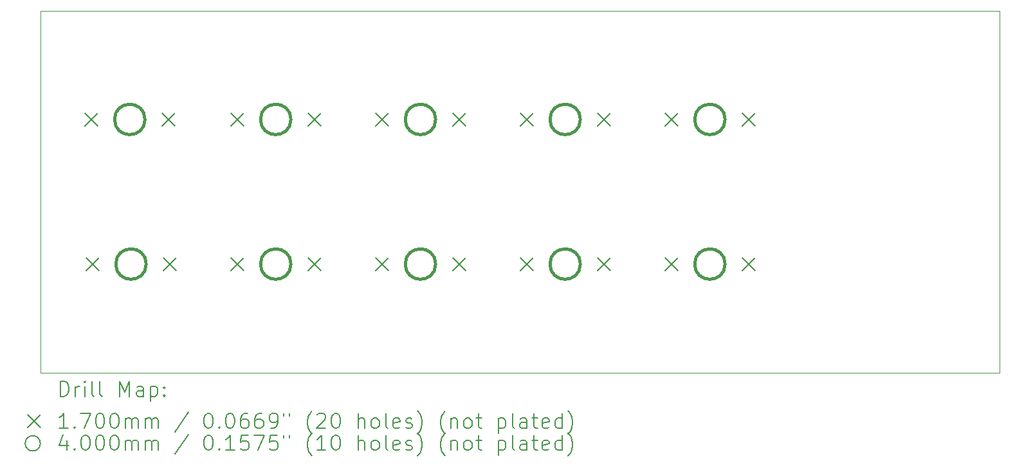
<source format=gbr>
%TF.GenerationSoftware,KiCad,Pcbnew,9.0.1*%
%TF.CreationDate,2025-06-11T13:57:42-04:00*%
%TF.ProjectId,hackpad,6861636b-7061-4642-9e6b-696361645f70,rev?*%
%TF.SameCoordinates,Original*%
%TF.FileFunction,Drillmap*%
%TF.FilePolarity,Positive*%
%FSLAX45Y45*%
G04 Gerber Fmt 4.5, Leading zero omitted, Abs format (unit mm)*
G04 Created by KiCad (PCBNEW 9.0.1) date 2025-06-11 13:57:42*
%MOMM*%
%LPD*%
G01*
G04 APERTURE LIST*
%ADD10C,0.050000*%
%ADD11C,0.200000*%
%ADD12C,0.170000*%
%ADD13C,0.400000*%
G04 APERTURE END LIST*
D10*
X10239375Y-5238750D02*
X22860000Y-5238750D01*
X22860000Y-10001250D01*
X10239375Y-10001250D01*
X10239375Y-5238750D01*
D11*
D12*
X10821125Y-6582500D02*
X10991125Y-6752500D01*
X10991125Y-6582500D02*
X10821125Y-6752500D01*
X10837000Y-8487500D02*
X11007000Y-8657500D01*
X11007000Y-8487500D02*
X10837000Y-8657500D01*
X11837125Y-6582500D02*
X12007125Y-6752500D01*
X12007125Y-6582500D02*
X11837125Y-6752500D01*
X11853000Y-8487500D02*
X12023000Y-8657500D01*
X12023000Y-8487500D02*
X11853000Y-8657500D01*
X12742000Y-6582500D02*
X12912000Y-6752500D01*
X12912000Y-6582500D02*
X12742000Y-6752500D01*
X12742000Y-8487500D02*
X12912000Y-8657500D01*
X12912000Y-8487500D02*
X12742000Y-8657500D01*
X13758000Y-6582500D02*
X13928000Y-6752500D01*
X13928000Y-6582500D02*
X13758000Y-6752500D01*
X13758000Y-8487500D02*
X13928000Y-8657500D01*
X13928000Y-8487500D02*
X13758000Y-8657500D01*
X14647000Y-6582500D02*
X14817000Y-6752500D01*
X14817000Y-6582500D02*
X14647000Y-6752500D01*
X14647000Y-8487500D02*
X14817000Y-8657500D01*
X14817000Y-8487500D02*
X14647000Y-8657500D01*
X15663000Y-6582500D02*
X15833000Y-6752500D01*
X15833000Y-6582500D02*
X15663000Y-6752500D01*
X15663000Y-8487500D02*
X15833000Y-8657500D01*
X15833000Y-8487500D02*
X15663000Y-8657500D01*
X16552000Y-6582500D02*
X16722000Y-6752500D01*
X16722000Y-6582500D02*
X16552000Y-6752500D01*
X16552000Y-8487500D02*
X16722000Y-8657500D01*
X16722000Y-8487500D02*
X16552000Y-8657500D01*
X17568000Y-6582500D02*
X17738000Y-6752500D01*
X17738000Y-6582500D02*
X17568000Y-6752500D01*
X17568000Y-8487500D02*
X17738000Y-8657500D01*
X17738000Y-8487500D02*
X17568000Y-8657500D01*
X18457000Y-6582500D02*
X18627000Y-6752500D01*
X18627000Y-6582500D02*
X18457000Y-6752500D01*
X18457000Y-8487500D02*
X18627000Y-8657500D01*
X18627000Y-8487500D02*
X18457000Y-8657500D01*
X19473000Y-6582500D02*
X19643000Y-6752500D01*
X19643000Y-6582500D02*
X19473000Y-6752500D01*
X19473000Y-8487500D02*
X19643000Y-8657500D01*
X19643000Y-8487500D02*
X19473000Y-8657500D01*
D13*
X11614125Y-6667500D02*
G75*
G02*
X11214125Y-6667500I-200000J0D01*
G01*
X11214125Y-6667500D02*
G75*
G02*
X11614125Y-6667500I200000J0D01*
G01*
X11630000Y-8572500D02*
G75*
G02*
X11230000Y-8572500I-200000J0D01*
G01*
X11230000Y-8572500D02*
G75*
G02*
X11630000Y-8572500I200000J0D01*
G01*
X13535000Y-6667500D02*
G75*
G02*
X13135000Y-6667500I-200000J0D01*
G01*
X13135000Y-6667500D02*
G75*
G02*
X13535000Y-6667500I200000J0D01*
G01*
X13535000Y-8572500D02*
G75*
G02*
X13135000Y-8572500I-200000J0D01*
G01*
X13135000Y-8572500D02*
G75*
G02*
X13535000Y-8572500I200000J0D01*
G01*
X15440000Y-6667500D02*
G75*
G02*
X15040000Y-6667500I-200000J0D01*
G01*
X15040000Y-6667500D02*
G75*
G02*
X15440000Y-6667500I200000J0D01*
G01*
X15440000Y-8572500D02*
G75*
G02*
X15040000Y-8572500I-200000J0D01*
G01*
X15040000Y-8572500D02*
G75*
G02*
X15440000Y-8572500I200000J0D01*
G01*
X17345000Y-6667500D02*
G75*
G02*
X16945000Y-6667500I-200000J0D01*
G01*
X16945000Y-6667500D02*
G75*
G02*
X17345000Y-6667500I200000J0D01*
G01*
X17345000Y-8572500D02*
G75*
G02*
X16945000Y-8572500I-200000J0D01*
G01*
X16945000Y-8572500D02*
G75*
G02*
X17345000Y-8572500I200000J0D01*
G01*
X19250000Y-6667500D02*
G75*
G02*
X18850000Y-6667500I-200000J0D01*
G01*
X18850000Y-6667500D02*
G75*
G02*
X19250000Y-6667500I200000J0D01*
G01*
X19250000Y-8572500D02*
G75*
G02*
X18850000Y-8572500I-200000J0D01*
G01*
X18850000Y-8572500D02*
G75*
G02*
X19250000Y-8572500I200000J0D01*
G01*
D11*
X10497652Y-10315234D02*
X10497652Y-10115234D01*
X10497652Y-10115234D02*
X10545271Y-10115234D01*
X10545271Y-10115234D02*
X10573842Y-10124758D01*
X10573842Y-10124758D02*
X10592890Y-10143805D01*
X10592890Y-10143805D02*
X10602414Y-10162853D01*
X10602414Y-10162853D02*
X10611938Y-10200948D01*
X10611938Y-10200948D02*
X10611938Y-10229520D01*
X10611938Y-10229520D02*
X10602414Y-10267615D01*
X10602414Y-10267615D02*
X10592890Y-10286662D01*
X10592890Y-10286662D02*
X10573842Y-10305710D01*
X10573842Y-10305710D02*
X10545271Y-10315234D01*
X10545271Y-10315234D02*
X10497652Y-10315234D01*
X10697652Y-10315234D02*
X10697652Y-10181900D01*
X10697652Y-10219996D02*
X10707176Y-10200948D01*
X10707176Y-10200948D02*
X10716699Y-10191424D01*
X10716699Y-10191424D02*
X10735747Y-10181900D01*
X10735747Y-10181900D02*
X10754795Y-10181900D01*
X10821461Y-10315234D02*
X10821461Y-10181900D01*
X10821461Y-10115234D02*
X10811938Y-10124758D01*
X10811938Y-10124758D02*
X10821461Y-10134281D01*
X10821461Y-10134281D02*
X10830985Y-10124758D01*
X10830985Y-10124758D02*
X10821461Y-10115234D01*
X10821461Y-10115234D02*
X10821461Y-10134281D01*
X10945271Y-10315234D02*
X10926223Y-10305710D01*
X10926223Y-10305710D02*
X10916699Y-10286662D01*
X10916699Y-10286662D02*
X10916699Y-10115234D01*
X11050033Y-10315234D02*
X11030985Y-10305710D01*
X11030985Y-10305710D02*
X11021461Y-10286662D01*
X11021461Y-10286662D02*
X11021461Y-10115234D01*
X11278604Y-10315234D02*
X11278604Y-10115234D01*
X11278604Y-10115234D02*
X11345271Y-10258091D01*
X11345271Y-10258091D02*
X11411937Y-10115234D01*
X11411937Y-10115234D02*
X11411937Y-10315234D01*
X11592890Y-10315234D02*
X11592890Y-10210472D01*
X11592890Y-10210472D02*
X11583366Y-10191424D01*
X11583366Y-10191424D02*
X11564318Y-10181900D01*
X11564318Y-10181900D02*
X11526223Y-10181900D01*
X11526223Y-10181900D02*
X11507176Y-10191424D01*
X11592890Y-10305710D02*
X11573842Y-10315234D01*
X11573842Y-10315234D02*
X11526223Y-10315234D01*
X11526223Y-10315234D02*
X11507176Y-10305710D01*
X11507176Y-10305710D02*
X11497652Y-10286662D01*
X11497652Y-10286662D02*
X11497652Y-10267615D01*
X11497652Y-10267615D02*
X11507176Y-10248567D01*
X11507176Y-10248567D02*
X11526223Y-10239043D01*
X11526223Y-10239043D02*
X11573842Y-10239043D01*
X11573842Y-10239043D02*
X11592890Y-10229520D01*
X11688128Y-10181900D02*
X11688128Y-10381900D01*
X11688128Y-10191424D02*
X11707176Y-10181900D01*
X11707176Y-10181900D02*
X11745271Y-10181900D01*
X11745271Y-10181900D02*
X11764318Y-10191424D01*
X11764318Y-10191424D02*
X11773842Y-10200948D01*
X11773842Y-10200948D02*
X11783366Y-10219996D01*
X11783366Y-10219996D02*
X11783366Y-10277139D01*
X11783366Y-10277139D02*
X11773842Y-10296186D01*
X11773842Y-10296186D02*
X11764318Y-10305710D01*
X11764318Y-10305710D02*
X11745271Y-10315234D01*
X11745271Y-10315234D02*
X11707176Y-10315234D01*
X11707176Y-10315234D02*
X11688128Y-10305710D01*
X11869080Y-10296186D02*
X11878604Y-10305710D01*
X11878604Y-10305710D02*
X11869080Y-10315234D01*
X11869080Y-10315234D02*
X11859557Y-10305710D01*
X11859557Y-10305710D02*
X11869080Y-10296186D01*
X11869080Y-10296186D02*
X11869080Y-10315234D01*
X11869080Y-10191424D02*
X11878604Y-10200948D01*
X11878604Y-10200948D02*
X11869080Y-10210472D01*
X11869080Y-10210472D02*
X11859557Y-10200948D01*
X11859557Y-10200948D02*
X11869080Y-10191424D01*
X11869080Y-10191424D02*
X11869080Y-10210472D01*
D12*
X10066875Y-10558750D02*
X10236875Y-10728750D01*
X10236875Y-10558750D02*
X10066875Y-10728750D01*
D11*
X10602414Y-10735234D02*
X10488128Y-10735234D01*
X10545271Y-10735234D02*
X10545271Y-10535234D01*
X10545271Y-10535234D02*
X10526223Y-10563805D01*
X10526223Y-10563805D02*
X10507176Y-10582853D01*
X10507176Y-10582853D02*
X10488128Y-10592377D01*
X10688128Y-10716186D02*
X10697652Y-10725710D01*
X10697652Y-10725710D02*
X10688128Y-10735234D01*
X10688128Y-10735234D02*
X10678604Y-10725710D01*
X10678604Y-10725710D02*
X10688128Y-10716186D01*
X10688128Y-10716186D02*
X10688128Y-10735234D01*
X10764319Y-10535234D02*
X10897652Y-10535234D01*
X10897652Y-10535234D02*
X10811938Y-10735234D01*
X11011938Y-10535234D02*
X11030985Y-10535234D01*
X11030985Y-10535234D02*
X11050033Y-10544758D01*
X11050033Y-10544758D02*
X11059557Y-10554281D01*
X11059557Y-10554281D02*
X11069080Y-10573329D01*
X11069080Y-10573329D02*
X11078604Y-10611424D01*
X11078604Y-10611424D02*
X11078604Y-10659043D01*
X11078604Y-10659043D02*
X11069080Y-10697139D01*
X11069080Y-10697139D02*
X11059557Y-10716186D01*
X11059557Y-10716186D02*
X11050033Y-10725710D01*
X11050033Y-10725710D02*
X11030985Y-10735234D01*
X11030985Y-10735234D02*
X11011938Y-10735234D01*
X11011938Y-10735234D02*
X10992890Y-10725710D01*
X10992890Y-10725710D02*
X10983366Y-10716186D01*
X10983366Y-10716186D02*
X10973842Y-10697139D01*
X10973842Y-10697139D02*
X10964319Y-10659043D01*
X10964319Y-10659043D02*
X10964319Y-10611424D01*
X10964319Y-10611424D02*
X10973842Y-10573329D01*
X10973842Y-10573329D02*
X10983366Y-10554281D01*
X10983366Y-10554281D02*
X10992890Y-10544758D01*
X10992890Y-10544758D02*
X11011938Y-10535234D01*
X11202414Y-10535234D02*
X11221461Y-10535234D01*
X11221461Y-10535234D02*
X11240509Y-10544758D01*
X11240509Y-10544758D02*
X11250033Y-10554281D01*
X11250033Y-10554281D02*
X11259557Y-10573329D01*
X11259557Y-10573329D02*
X11269080Y-10611424D01*
X11269080Y-10611424D02*
X11269080Y-10659043D01*
X11269080Y-10659043D02*
X11259557Y-10697139D01*
X11259557Y-10697139D02*
X11250033Y-10716186D01*
X11250033Y-10716186D02*
X11240509Y-10725710D01*
X11240509Y-10725710D02*
X11221461Y-10735234D01*
X11221461Y-10735234D02*
X11202414Y-10735234D01*
X11202414Y-10735234D02*
X11183366Y-10725710D01*
X11183366Y-10725710D02*
X11173842Y-10716186D01*
X11173842Y-10716186D02*
X11164319Y-10697139D01*
X11164319Y-10697139D02*
X11154795Y-10659043D01*
X11154795Y-10659043D02*
X11154795Y-10611424D01*
X11154795Y-10611424D02*
X11164319Y-10573329D01*
X11164319Y-10573329D02*
X11173842Y-10554281D01*
X11173842Y-10554281D02*
X11183366Y-10544758D01*
X11183366Y-10544758D02*
X11202414Y-10535234D01*
X11354795Y-10735234D02*
X11354795Y-10601900D01*
X11354795Y-10620948D02*
X11364318Y-10611424D01*
X11364318Y-10611424D02*
X11383366Y-10601900D01*
X11383366Y-10601900D02*
X11411938Y-10601900D01*
X11411938Y-10601900D02*
X11430985Y-10611424D01*
X11430985Y-10611424D02*
X11440509Y-10630472D01*
X11440509Y-10630472D02*
X11440509Y-10735234D01*
X11440509Y-10630472D02*
X11450033Y-10611424D01*
X11450033Y-10611424D02*
X11469080Y-10601900D01*
X11469080Y-10601900D02*
X11497652Y-10601900D01*
X11497652Y-10601900D02*
X11516699Y-10611424D01*
X11516699Y-10611424D02*
X11526223Y-10630472D01*
X11526223Y-10630472D02*
X11526223Y-10735234D01*
X11621461Y-10735234D02*
X11621461Y-10601900D01*
X11621461Y-10620948D02*
X11630985Y-10611424D01*
X11630985Y-10611424D02*
X11650033Y-10601900D01*
X11650033Y-10601900D02*
X11678604Y-10601900D01*
X11678604Y-10601900D02*
X11697652Y-10611424D01*
X11697652Y-10611424D02*
X11707176Y-10630472D01*
X11707176Y-10630472D02*
X11707176Y-10735234D01*
X11707176Y-10630472D02*
X11716699Y-10611424D01*
X11716699Y-10611424D02*
X11735747Y-10601900D01*
X11735747Y-10601900D02*
X11764318Y-10601900D01*
X11764318Y-10601900D02*
X11783366Y-10611424D01*
X11783366Y-10611424D02*
X11792890Y-10630472D01*
X11792890Y-10630472D02*
X11792890Y-10735234D01*
X12183366Y-10525710D02*
X12011938Y-10782853D01*
X12440509Y-10535234D02*
X12459557Y-10535234D01*
X12459557Y-10535234D02*
X12478604Y-10544758D01*
X12478604Y-10544758D02*
X12488128Y-10554281D01*
X12488128Y-10554281D02*
X12497652Y-10573329D01*
X12497652Y-10573329D02*
X12507176Y-10611424D01*
X12507176Y-10611424D02*
X12507176Y-10659043D01*
X12507176Y-10659043D02*
X12497652Y-10697139D01*
X12497652Y-10697139D02*
X12488128Y-10716186D01*
X12488128Y-10716186D02*
X12478604Y-10725710D01*
X12478604Y-10725710D02*
X12459557Y-10735234D01*
X12459557Y-10735234D02*
X12440509Y-10735234D01*
X12440509Y-10735234D02*
X12421461Y-10725710D01*
X12421461Y-10725710D02*
X12411938Y-10716186D01*
X12411938Y-10716186D02*
X12402414Y-10697139D01*
X12402414Y-10697139D02*
X12392890Y-10659043D01*
X12392890Y-10659043D02*
X12392890Y-10611424D01*
X12392890Y-10611424D02*
X12402414Y-10573329D01*
X12402414Y-10573329D02*
X12411938Y-10554281D01*
X12411938Y-10554281D02*
X12421461Y-10544758D01*
X12421461Y-10544758D02*
X12440509Y-10535234D01*
X12592890Y-10716186D02*
X12602414Y-10725710D01*
X12602414Y-10725710D02*
X12592890Y-10735234D01*
X12592890Y-10735234D02*
X12583366Y-10725710D01*
X12583366Y-10725710D02*
X12592890Y-10716186D01*
X12592890Y-10716186D02*
X12592890Y-10735234D01*
X12726223Y-10535234D02*
X12745271Y-10535234D01*
X12745271Y-10535234D02*
X12764319Y-10544758D01*
X12764319Y-10544758D02*
X12773842Y-10554281D01*
X12773842Y-10554281D02*
X12783366Y-10573329D01*
X12783366Y-10573329D02*
X12792890Y-10611424D01*
X12792890Y-10611424D02*
X12792890Y-10659043D01*
X12792890Y-10659043D02*
X12783366Y-10697139D01*
X12783366Y-10697139D02*
X12773842Y-10716186D01*
X12773842Y-10716186D02*
X12764319Y-10725710D01*
X12764319Y-10725710D02*
X12745271Y-10735234D01*
X12745271Y-10735234D02*
X12726223Y-10735234D01*
X12726223Y-10735234D02*
X12707176Y-10725710D01*
X12707176Y-10725710D02*
X12697652Y-10716186D01*
X12697652Y-10716186D02*
X12688128Y-10697139D01*
X12688128Y-10697139D02*
X12678604Y-10659043D01*
X12678604Y-10659043D02*
X12678604Y-10611424D01*
X12678604Y-10611424D02*
X12688128Y-10573329D01*
X12688128Y-10573329D02*
X12697652Y-10554281D01*
X12697652Y-10554281D02*
X12707176Y-10544758D01*
X12707176Y-10544758D02*
X12726223Y-10535234D01*
X12964319Y-10535234D02*
X12926223Y-10535234D01*
X12926223Y-10535234D02*
X12907176Y-10544758D01*
X12907176Y-10544758D02*
X12897652Y-10554281D01*
X12897652Y-10554281D02*
X12878604Y-10582853D01*
X12878604Y-10582853D02*
X12869081Y-10620948D01*
X12869081Y-10620948D02*
X12869081Y-10697139D01*
X12869081Y-10697139D02*
X12878604Y-10716186D01*
X12878604Y-10716186D02*
X12888128Y-10725710D01*
X12888128Y-10725710D02*
X12907176Y-10735234D01*
X12907176Y-10735234D02*
X12945271Y-10735234D01*
X12945271Y-10735234D02*
X12964319Y-10725710D01*
X12964319Y-10725710D02*
X12973842Y-10716186D01*
X12973842Y-10716186D02*
X12983366Y-10697139D01*
X12983366Y-10697139D02*
X12983366Y-10649520D01*
X12983366Y-10649520D02*
X12973842Y-10630472D01*
X12973842Y-10630472D02*
X12964319Y-10620948D01*
X12964319Y-10620948D02*
X12945271Y-10611424D01*
X12945271Y-10611424D02*
X12907176Y-10611424D01*
X12907176Y-10611424D02*
X12888128Y-10620948D01*
X12888128Y-10620948D02*
X12878604Y-10630472D01*
X12878604Y-10630472D02*
X12869081Y-10649520D01*
X13154795Y-10535234D02*
X13116700Y-10535234D01*
X13116700Y-10535234D02*
X13097652Y-10544758D01*
X13097652Y-10544758D02*
X13088128Y-10554281D01*
X13088128Y-10554281D02*
X13069081Y-10582853D01*
X13069081Y-10582853D02*
X13059557Y-10620948D01*
X13059557Y-10620948D02*
X13059557Y-10697139D01*
X13059557Y-10697139D02*
X13069081Y-10716186D01*
X13069081Y-10716186D02*
X13078604Y-10725710D01*
X13078604Y-10725710D02*
X13097652Y-10735234D01*
X13097652Y-10735234D02*
X13135747Y-10735234D01*
X13135747Y-10735234D02*
X13154795Y-10725710D01*
X13154795Y-10725710D02*
X13164319Y-10716186D01*
X13164319Y-10716186D02*
X13173842Y-10697139D01*
X13173842Y-10697139D02*
X13173842Y-10649520D01*
X13173842Y-10649520D02*
X13164319Y-10630472D01*
X13164319Y-10630472D02*
X13154795Y-10620948D01*
X13154795Y-10620948D02*
X13135747Y-10611424D01*
X13135747Y-10611424D02*
X13097652Y-10611424D01*
X13097652Y-10611424D02*
X13078604Y-10620948D01*
X13078604Y-10620948D02*
X13069081Y-10630472D01*
X13069081Y-10630472D02*
X13059557Y-10649520D01*
X13269081Y-10735234D02*
X13307176Y-10735234D01*
X13307176Y-10735234D02*
X13326223Y-10725710D01*
X13326223Y-10725710D02*
X13335747Y-10716186D01*
X13335747Y-10716186D02*
X13354795Y-10687615D01*
X13354795Y-10687615D02*
X13364319Y-10649520D01*
X13364319Y-10649520D02*
X13364319Y-10573329D01*
X13364319Y-10573329D02*
X13354795Y-10554281D01*
X13354795Y-10554281D02*
X13345271Y-10544758D01*
X13345271Y-10544758D02*
X13326223Y-10535234D01*
X13326223Y-10535234D02*
X13288128Y-10535234D01*
X13288128Y-10535234D02*
X13269081Y-10544758D01*
X13269081Y-10544758D02*
X13259557Y-10554281D01*
X13259557Y-10554281D02*
X13250033Y-10573329D01*
X13250033Y-10573329D02*
X13250033Y-10620948D01*
X13250033Y-10620948D02*
X13259557Y-10639996D01*
X13259557Y-10639996D02*
X13269081Y-10649520D01*
X13269081Y-10649520D02*
X13288128Y-10659043D01*
X13288128Y-10659043D02*
X13326223Y-10659043D01*
X13326223Y-10659043D02*
X13345271Y-10649520D01*
X13345271Y-10649520D02*
X13354795Y-10639996D01*
X13354795Y-10639996D02*
X13364319Y-10620948D01*
X13440509Y-10535234D02*
X13440509Y-10573329D01*
X13516700Y-10535234D02*
X13516700Y-10573329D01*
X13811938Y-10811424D02*
X13802414Y-10801900D01*
X13802414Y-10801900D02*
X13783366Y-10773329D01*
X13783366Y-10773329D02*
X13773843Y-10754281D01*
X13773843Y-10754281D02*
X13764319Y-10725710D01*
X13764319Y-10725710D02*
X13754795Y-10678091D01*
X13754795Y-10678091D02*
X13754795Y-10639996D01*
X13754795Y-10639996D02*
X13764319Y-10592377D01*
X13764319Y-10592377D02*
X13773843Y-10563805D01*
X13773843Y-10563805D02*
X13783366Y-10544758D01*
X13783366Y-10544758D02*
X13802414Y-10516186D01*
X13802414Y-10516186D02*
X13811938Y-10506662D01*
X13878604Y-10554281D02*
X13888128Y-10544758D01*
X13888128Y-10544758D02*
X13907176Y-10535234D01*
X13907176Y-10535234D02*
X13954795Y-10535234D01*
X13954795Y-10535234D02*
X13973843Y-10544758D01*
X13973843Y-10544758D02*
X13983366Y-10554281D01*
X13983366Y-10554281D02*
X13992890Y-10573329D01*
X13992890Y-10573329D02*
X13992890Y-10592377D01*
X13992890Y-10592377D02*
X13983366Y-10620948D01*
X13983366Y-10620948D02*
X13869081Y-10735234D01*
X13869081Y-10735234D02*
X13992890Y-10735234D01*
X14116700Y-10535234D02*
X14135747Y-10535234D01*
X14135747Y-10535234D02*
X14154795Y-10544758D01*
X14154795Y-10544758D02*
X14164319Y-10554281D01*
X14164319Y-10554281D02*
X14173843Y-10573329D01*
X14173843Y-10573329D02*
X14183366Y-10611424D01*
X14183366Y-10611424D02*
X14183366Y-10659043D01*
X14183366Y-10659043D02*
X14173843Y-10697139D01*
X14173843Y-10697139D02*
X14164319Y-10716186D01*
X14164319Y-10716186D02*
X14154795Y-10725710D01*
X14154795Y-10725710D02*
X14135747Y-10735234D01*
X14135747Y-10735234D02*
X14116700Y-10735234D01*
X14116700Y-10735234D02*
X14097652Y-10725710D01*
X14097652Y-10725710D02*
X14088128Y-10716186D01*
X14088128Y-10716186D02*
X14078604Y-10697139D01*
X14078604Y-10697139D02*
X14069081Y-10659043D01*
X14069081Y-10659043D02*
X14069081Y-10611424D01*
X14069081Y-10611424D02*
X14078604Y-10573329D01*
X14078604Y-10573329D02*
X14088128Y-10554281D01*
X14088128Y-10554281D02*
X14097652Y-10544758D01*
X14097652Y-10544758D02*
X14116700Y-10535234D01*
X14421462Y-10735234D02*
X14421462Y-10535234D01*
X14507176Y-10735234D02*
X14507176Y-10630472D01*
X14507176Y-10630472D02*
X14497652Y-10611424D01*
X14497652Y-10611424D02*
X14478605Y-10601900D01*
X14478605Y-10601900D02*
X14450033Y-10601900D01*
X14450033Y-10601900D02*
X14430985Y-10611424D01*
X14430985Y-10611424D02*
X14421462Y-10620948D01*
X14630985Y-10735234D02*
X14611938Y-10725710D01*
X14611938Y-10725710D02*
X14602414Y-10716186D01*
X14602414Y-10716186D02*
X14592890Y-10697139D01*
X14592890Y-10697139D02*
X14592890Y-10639996D01*
X14592890Y-10639996D02*
X14602414Y-10620948D01*
X14602414Y-10620948D02*
X14611938Y-10611424D01*
X14611938Y-10611424D02*
X14630985Y-10601900D01*
X14630985Y-10601900D02*
X14659557Y-10601900D01*
X14659557Y-10601900D02*
X14678605Y-10611424D01*
X14678605Y-10611424D02*
X14688128Y-10620948D01*
X14688128Y-10620948D02*
X14697652Y-10639996D01*
X14697652Y-10639996D02*
X14697652Y-10697139D01*
X14697652Y-10697139D02*
X14688128Y-10716186D01*
X14688128Y-10716186D02*
X14678605Y-10725710D01*
X14678605Y-10725710D02*
X14659557Y-10735234D01*
X14659557Y-10735234D02*
X14630985Y-10735234D01*
X14811938Y-10735234D02*
X14792890Y-10725710D01*
X14792890Y-10725710D02*
X14783366Y-10706662D01*
X14783366Y-10706662D02*
X14783366Y-10535234D01*
X14964319Y-10725710D02*
X14945271Y-10735234D01*
X14945271Y-10735234D02*
X14907176Y-10735234D01*
X14907176Y-10735234D02*
X14888128Y-10725710D01*
X14888128Y-10725710D02*
X14878605Y-10706662D01*
X14878605Y-10706662D02*
X14878605Y-10630472D01*
X14878605Y-10630472D02*
X14888128Y-10611424D01*
X14888128Y-10611424D02*
X14907176Y-10601900D01*
X14907176Y-10601900D02*
X14945271Y-10601900D01*
X14945271Y-10601900D02*
X14964319Y-10611424D01*
X14964319Y-10611424D02*
X14973843Y-10630472D01*
X14973843Y-10630472D02*
X14973843Y-10649520D01*
X14973843Y-10649520D02*
X14878605Y-10668567D01*
X15050033Y-10725710D02*
X15069081Y-10735234D01*
X15069081Y-10735234D02*
X15107176Y-10735234D01*
X15107176Y-10735234D02*
X15126224Y-10725710D01*
X15126224Y-10725710D02*
X15135747Y-10706662D01*
X15135747Y-10706662D02*
X15135747Y-10697139D01*
X15135747Y-10697139D02*
X15126224Y-10678091D01*
X15126224Y-10678091D02*
X15107176Y-10668567D01*
X15107176Y-10668567D02*
X15078605Y-10668567D01*
X15078605Y-10668567D02*
X15059557Y-10659043D01*
X15059557Y-10659043D02*
X15050033Y-10639996D01*
X15050033Y-10639996D02*
X15050033Y-10630472D01*
X15050033Y-10630472D02*
X15059557Y-10611424D01*
X15059557Y-10611424D02*
X15078605Y-10601900D01*
X15078605Y-10601900D02*
X15107176Y-10601900D01*
X15107176Y-10601900D02*
X15126224Y-10611424D01*
X15202414Y-10811424D02*
X15211938Y-10801900D01*
X15211938Y-10801900D02*
X15230986Y-10773329D01*
X15230986Y-10773329D02*
X15240509Y-10754281D01*
X15240509Y-10754281D02*
X15250033Y-10725710D01*
X15250033Y-10725710D02*
X15259557Y-10678091D01*
X15259557Y-10678091D02*
X15259557Y-10639996D01*
X15259557Y-10639996D02*
X15250033Y-10592377D01*
X15250033Y-10592377D02*
X15240509Y-10563805D01*
X15240509Y-10563805D02*
X15230986Y-10544758D01*
X15230986Y-10544758D02*
X15211938Y-10516186D01*
X15211938Y-10516186D02*
X15202414Y-10506662D01*
X15564319Y-10811424D02*
X15554795Y-10801900D01*
X15554795Y-10801900D02*
X15535747Y-10773329D01*
X15535747Y-10773329D02*
X15526224Y-10754281D01*
X15526224Y-10754281D02*
X15516700Y-10725710D01*
X15516700Y-10725710D02*
X15507176Y-10678091D01*
X15507176Y-10678091D02*
X15507176Y-10639996D01*
X15507176Y-10639996D02*
X15516700Y-10592377D01*
X15516700Y-10592377D02*
X15526224Y-10563805D01*
X15526224Y-10563805D02*
X15535747Y-10544758D01*
X15535747Y-10544758D02*
X15554795Y-10516186D01*
X15554795Y-10516186D02*
X15564319Y-10506662D01*
X15640509Y-10601900D02*
X15640509Y-10735234D01*
X15640509Y-10620948D02*
X15650033Y-10611424D01*
X15650033Y-10611424D02*
X15669081Y-10601900D01*
X15669081Y-10601900D02*
X15697652Y-10601900D01*
X15697652Y-10601900D02*
X15716700Y-10611424D01*
X15716700Y-10611424D02*
X15726224Y-10630472D01*
X15726224Y-10630472D02*
X15726224Y-10735234D01*
X15850033Y-10735234D02*
X15830986Y-10725710D01*
X15830986Y-10725710D02*
X15821462Y-10716186D01*
X15821462Y-10716186D02*
X15811938Y-10697139D01*
X15811938Y-10697139D02*
X15811938Y-10639996D01*
X15811938Y-10639996D02*
X15821462Y-10620948D01*
X15821462Y-10620948D02*
X15830986Y-10611424D01*
X15830986Y-10611424D02*
X15850033Y-10601900D01*
X15850033Y-10601900D02*
X15878605Y-10601900D01*
X15878605Y-10601900D02*
X15897652Y-10611424D01*
X15897652Y-10611424D02*
X15907176Y-10620948D01*
X15907176Y-10620948D02*
X15916700Y-10639996D01*
X15916700Y-10639996D02*
X15916700Y-10697139D01*
X15916700Y-10697139D02*
X15907176Y-10716186D01*
X15907176Y-10716186D02*
X15897652Y-10725710D01*
X15897652Y-10725710D02*
X15878605Y-10735234D01*
X15878605Y-10735234D02*
X15850033Y-10735234D01*
X15973843Y-10601900D02*
X16050033Y-10601900D01*
X16002414Y-10535234D02*
X16002414Y-10706662D01*
X16002414Y-10706662D02*
X16011938Y-10725710D01*
X16011938Y-10725710D02*
X16030986Y-10735234D01*
X16030986Y-10735234D02*
X16050033Y-10735234D01*
X16269081Y-10601900D02*
X16269081Y-10801900D01*
X16269081Y-10611424D02*
X16288128Y-10601900D01*
X16288128Y-10601900D02*
X16326224Y-10601900D01*
X16326224Y-10601900D02*
X16345271Y-10611424D01*
X16345271Y-10611424D02*
X16354795Y-10620948D01*
X16354795Y-10620948D02*
X16364319Y-10639996D01*
X16364319Y-10639996D02*
X16364319Y-10697139D01*
X16364319Y-10697139D02*
X16354795Y-10716186D01*
X16354795Y-10716186D02*
X16345271Y-10725710D01*
X16345271Y-10725710D02*
X16326224Y-10735234D01*
X16326224Y-10735234D02*
X16288128Y-10735234D01*
X16288128Y-10735234D02*
X16269081Y-10725710D01*
X16478605Y-10735234D02*
X16459557Y-10725710D01*
X16459557Y-10725710D02*
X16450033Y-10706662D01*
X16450033Y-10706662D02*
X16450033Y-10535234D01*
X16640509Y-10735234D02*
X16640509Y-10630472D01*
X16640509Y-10630472D02*
X16630986Y-10611424D01*
X16630986Y-10611424D02*
X16611938Y-10601900D01*
X16611938Y-10601900D02*
X16573843Y-10601900D01*
X16573843Y-10601900D02*
X16554795Y-10611424D01*
X16640509Y-10725710D02*
X16621462Y-10735234D01*
X16621462Y-10735234D02*
X16573843Y-10735234D01*
X16573843Y-10735234D02*
X16554795Y-10725710D01*
X16554795Y-10725710D02*
X16545271Y-10706662D01*
X16545271Y-10706662D02*
X16545271Y-10687615D01*
X16545271Y-10687615D02*
X16554795Y-10668567D01*
X16554795Y-10668567D02*
X16573843Y-10659043D01*
X16573843Y-10659043D02*
X16621462Y-10659043D01*
X16621462Y-10659043D02*
X16640509Y-10649520D01*
X16707176Y-10601900D02*
X16783367Y-10601900D01*
X16735748Y-10535234D02*
X16735748Y-10706662D01*
X16735748Y-10706662D02*
X16745271Y-10725710D01*
X16745271Y-10725710D02*
X16764319Y-10735234D01*
X16764319Y-10735234D02*
X16783367Y-10735234D01*
X16926224Y-10725710D02*
X16907176Y-10735234D01*
X16907176Y-10735234D02*
X16869081Y-10735234D01*
X16869081Y-10735234D02*
X16850033Y-10725710D01*
X16850033Y-10725710D02*
X16840510Y-10706662D01*
X16840510Y-10706662D02*
X16840510Y-10630472D01*
X16840510Y-10630472D02*
X16850033Y-10611424D01*
X16850033Y-10611424D02*
X16869081Y-10601900D01*
X16869081Y-10601900D02*
X16907176Y-10601900D01*
X16907176Y-10601900D02*
X16926224Y-10611424D01*
X16926224Y-10611424D02*
X16935748Y-10630472D01*
X16935748Y-10630472D02*
X16935748Y-10649520D01*
X16935748Y-10649520D02*
X16840510Y-10668567D01*
X17107176Y-10735234D02*
X17107176Y-10535234D01*
X17107176Y-10725710D02*
X17088129Y-10735234D01*
X17088129Y-10735234D02*
X17050033Y-10735234D01*
X17050033Y-10735234D02*
X17030986Y-10725710D01*
X17030986Y-10725710D02*
X17021462Y-10716186D01*
X17021462Y-10716186D02*
X17011938Y-10697139D01*
X17011938Y-10697139D02*
X17011938Y-10639996D01*
X17011938Y-10639996D02*
X17021462Y-10620948D01*
X17021462Y-10620948D02*
X17030986Y-10611424D01*
X17030986Y-10611424D02*
X17050033Y-10601900D01*
X17050033Y-10601900D02*
X17088129Y-10601900D01*
X17088129Y-10601900D02*
X17107176Y-10611424D01*
X17183367Y-10811424D02*
X17192891Y-10801900D01*
X17192891Y-10801900D02*
X17211938Y-10773329D01*
X17211938Y-10773329D02*
X17221462Y-10754281D01*
X17221462Y-10754281D02*
X17230986Y-10725710D01*
X17230986Y-10725710D02*
X17240510Y-10678091D01*
X17240510Y-10678091D02*
X17240510Y-10639996D01*
X17240510Y-10639996D02*
X17230986Y-10592377D01*
X17230986Y-10592377D02*
X17221462Y-10563805D01*
X17221462Y-10563805D02*
X17211938Y-10544758D01*
X17211938Y-10544758D02*
X17192891Y-10516186D01*
X17192891Y-10516186D02*
X17183367Y-10506662D01*
X10236875Y-10933750D02*
G75*
G02*
X10036875Y-10933750I-100000J0D01*
G01*
X10036875Y-10933750D02*
G75*
G02*
X10236875Y-10933750I100000J0D01*
G01*
X10583366Y-10891900D02*
X10583366Y-11025234D01*
X10535747Y-10815710D02*
X10488128Y-10958567D01*
X10488128Y-10958567D02*
X10611938Y-10958567D01*
X10688128Y-11006186D02*
X10697652Y-11015710D01*
X10697652Y-11015710D02*
X10688128Y-11025234D01*
X10688128Y-11025234D02*
X10678604Y-11015710D01*
X10678604Y-11015710D02*
X10688128Y-11006186D01*
X10688128Y-11006186D02*
X10688128Y-11025234D01*
X10821461Y-10825234D02*
X10840509Y-10825234D01*
X10840509Y-10825234D02*
X10859557Y-10834758D01*
X10859557Y-10834758D02*
X10869080Y-10844281D01*
X10869080Y-10844281D02*
X10878604Y-10863329D01*
X10878604Y-10863329D02*
X10888128Y-10901424D01*
X10888128Y-10901424D02*
X10888128Y-10949043D01*
X10888128Y-10949043D02*
X10878604Y-10987139D01*
X10878604Y-10987139D02*
X10869080Y-11006186D01*
X10869080Y-11006186D02*
X10859557Y-11015710D01*
X10859557Y-11015710D02*
X10840509Y-11025234D01*
X10840509Y-11025234D02*
X10821461Y-11025234D01*
X10821461Y-11025234D02*
X10802414Y-11015710D01*
X10802414Y-11015710D02*
X10792890Y-11006186D01*
X10792890Y-11006186D02*
X10783366Y-10987139D01*
X10783366Y-10987139D02*
X10773842Y-10949043D01*
X10773842Y-10949043D02*
X10773842Y-10901424D01*
X10773842Y-10901424D02*
X10783366Y-10863329D01*
X10783366Y-10863329D02*
X10792890Y-10844281D01*
X10792890Y-10844281D02*
X10802414Y-10834758D01*
X10802414Y-10834758D02*
X10821461Y-10825234D01*
X11011938Y-10825234D02*
X11030985Y-10825234D01*
X11030985Y-10825234D02*
X11050033Y-10834758D01*
X11050033Y-10834758D02*
X11059557Y-10844281D01*
X11059557Y-10844281D02*
X11069080Y-10863329D01*
X11069080Y-10863329D02*
X11078604Y-10901424D01*
X11078604Y-10901424D02*
X11078604Y-10949043D01*
X11078604Y-10949043D02*
X11069080Y-10987139D01*
X11069080Y-10987139D02*
X11059557Y-11006186D01*
X11059557Y-11006186D02*
X11050033Y-11015710D01*
X11050033Y-11015710D02*
X11030985Y-11025234D01*
X11030985Y-11025234D02*
X11011938Y-11025234D01*
X11011938Y-11025234D02*
X10992890Y-11015710D01*
X10992890Y-11015710D02*
X10983366Y-11006186D01*
X10983366Y-11006186D02*
X10973842Y-10987139D01*
X10973842Y-10987139D02*
X10964319Y-10949043D01*
X10964319Y-10949043D02*
X10964319Y-10901424D01*
X10964319Y-10901424D02*
X10973842Y-10863329D01*
X10973842Y-10863329D02*
X10983366Y-10844281D01*
X10983366Y-10844281D02*
X10992890Y-10834758D01*
X10992890Y-10834758D02*
X11011938Y-10825234D01*
X11202414Y-10825234D02*
X11221461Y-10825234D01*
X11221461Y-10825234D02*
X11240509Y-10834758D01*
X11240509Y-10834758D02*
X11250033Y-10844281D01*
X11250033Y-10844281D02*
X11259557Y-10863329D01*
X11259557Y-10863329D02*
X11269080Y-10901424D01*
X11269080Y-10901424D02*
X11269080Y-10949043D01*
X11269080Y-10949043D02*
X11259557Y-10987139D01*
X11259557Y-10987139D02*
X11250033Y-11006186D01*
X11250033Y-11006186D02*
X11240509Y-11015710D01*
X11240509Y-11015710D02*
X11221461Y-11025234D01*
X11221461Y-11025234D02*
X11202414Y-11025234D01*
X11202414Y-11025234D02*
X11183366Y-11015710D01*
X11183366Y-11015710D02*
X11173842Y-11006186D01*
X11173842Y-11006186D02*
X11164319Y-10987139D01*
X11164319Y-10987139D02*
X11154795Y-10949043D01*
X11154795Y-10949043D02*
X11154795Y-10901424D01*
X11154795Y-10901424D02*
X11164319Y-10863329D01*
X11164319Y-10863329D02*
X11173842Y-10844281D01*
X11173842Y-10844281D02*
X11183366Y-10834758D01*
X11183366Y-10834758D02*
X11202414Y-10825234D01*
X11354795Y-11025234D02*
X11354795Y-10891900D01*
X11354795Y-10910948D02*
X11364318Y-10901424D01*
X11364318Y-10901424D02*
X11383366Y-10891900D01*
X11383366Y-10891900D02*
X11411938Y-10891900D01*
X11411938Y-10891900D02*
X11430985Y-10901424D01*
X11430985Y-10901424D02*
X11440509Y-10920472D01*
X11440509Y-10920472D02*
X11440509Y-11025234D01*
X11440509Y-10920472D02*
X11450033Y-10901424D01*
X11450033Y-10901424D02*
X11469080Y-10891900D01*
X11469080Y-10891900D02*
X11497652Y-10891900D01*
X11497652Y-10891900D02*
X11516699Y-10901424D01*
X11516699Y-10901424D02*
X11526223Y-10920472D01*
X11526223Y-10920472D02*
X11526223Y-11025234D01*
X11621461Y-11025234D02*
X11621461Y-10891900D01*
X11621461Y-10910948D02*
X11630985Y-10901424D01*
X11630985Y-10901424D02*
X11650033Y-10891900D01*
X11650033Y-10891900D02*
X11678604Y-10891900D01*
X11678604Y-10891900D02*
X11697652Y-10901424D01*
X11697652Y-10901424D02*
X11707176Y-10920472D01*
X11707176Y-10920472D02*
X11707176Y-11025234D01*
X11707176Y-10920472D02*
X11716699Y-10901424D01*
X11716699Y-10901424D02*
X11735747Y-10891900D01*
X11735747Y-10891900D02*
X11764318Y-10891900D01*
X11764318Y-10891900D02*
X11783366Y-10901424D01*
X11783366Y-10901424D02*
X11792890Y-10920472D01*
X11792890Y-10920472D02*
X11792890Y-11025234D01*
X12183366Y-10815710D02*
X12011938Y-11072853D01*
X12440509Y-10825234D02*
X12459557Y-10825234D01*
X12459557Y-10825234D02*
X12478604Y-10834758D01*
X12478604Y-10834758D02*
X12488128Y-10844281D01*
X12488128Y-10844281D02*
X12497652Y-10863329D01*
X12497652Y-10863329D02*
X12507176Y-10901424D01*
X12507176Y-10901424D02*
X12507176Y-10949043D01*
X12507176Y-10949043D02*
X12497652Y-10987139D01*
X12497652Y-10987139D02*
X12488128Y-11006186D01*
X12488128Y-11006186D02*
X12478604Y-11015710D01*
X12478604Y-11015710D02*
X12459557Y-11025234D01*
X12459557Y-11025234D02*
X12440509Y-11025234D01*
X12440509Y-11025234D02*
X12421461Y-11015710D01*
X12421461Y-11015710D02*
X12411938Y-11006186D01*
X12411938Y-11006186D02*
X12402414Y-10987139D01*
X12402414Y-10987139D02*
X12392890Y-10949043D01*
X12392890Y-10949043D02*
X12392890Y-10901424D01*
X12392890Y-10901424D02*
X12402414Y-10863329D01*
X12402414Y-10863329D02*
X12411938Y-10844281D01*
X12411938Y-10844281D02*
X12421461Y-10834758D01*
X12421461Y-10834758D02*
X12440509Y-10825234D01*
X12592890Y-11006186D02*
X12602414Y-11015710D01*
X12602414Y-11015710D02*
X12592890Y-11025234D01*
X12592890Y-11025234D02*
X12583366Y-11015710D01*
X12583366Y-11015710D02*
X12592890Y-11006186D01*
X12592890Y-11006186D02*
X12592890Y-11025234D01*
X12792890Y-11025234D02*
X12678604Y-11025234D01*
X12735747Y-11025234D02*
X12735747Y-10825234D01*
X12735747Y-10825234D02*
X12716700Y-10853805D01*
X12716700Y-10853805D02*
X12697652Y-10872853D01*
X12697652Y-10872853D02*
X12678604Y-10882377D01*
X12973842Y-10825234D02*
X12878604Y-10825234D01*
X12878604Y-10825234D02*
X12869081Y-10920472D01*
X12869081Y-10920472D02*
X12878604Y-10910948D01*
X12878604Y-10910948D02*
X12897652Y-10901424D01*
X12897652Y-10901424D02*
X12945271Y-10901424D01*
X12945271Y-10901424D02*
X12964319Y-10910948D01*
X12964319Y-10910948D02*
X12973842Y-10920472D01*
X12973842Y-10920472D02*
X12983366Y-10939520D01*
X12983366Y-10939520D02*
X12983366Y-10987139D01*
X12983366Y-10987139D02*
X12973842Y-11006186D01*
X12973842Y-11006186D02*
X12964319Y-11015710D01*
X12964319Y-11015710D02*
X12945271Y-11025234D01*
X12945271Y-11025234D02*
X12897652Y-11025234D01*
X12897652Y-11025234D02*
X12878604Y-11015710D01*
X12878604Y-11015710D02*
X12869081Y-11006186D01*
X13050033Y-10825234D02*
X13183366Y-10825234D01*
X13183366Y-10825234D02*
X13097652Y-11025234D01*
X13354795Y-10825234D02*
X13259557Y-10825234D01*
X13259557Y-10825234D02*
X13250033Y-10920472D01*
X13250033Y-10920472D02*
X13259557Y-10910948D01*
X13259557Y-10910948D02*
X13278604Y-10901424D01*
X13278604Y-10901424D02*
X13326223Y-10901424D01*
X13326223Y-10901424D02*
X13345271Y-10910948D01*
X13345271Y-10910948D02*
X13354795Y-10920472D01*
X13354795Y-10920472D02*
X13364319Y-10939520D01*
X13364319Y-10939520D02*
X13364319Y-10987139D01*
X13364319Y-10987139D02*
X13354795Y-11006186D01*
X13354795Y-11006186D02*
X13345271Y-11015710D01*
X13345271Y-11015710D02*
X13326223Y-11025234D01*
X13326223Y-11025234D02*
X13278604Y-11025234D01*
X13278604Y-11025234D02*
X13259557Y-11015710D01*
X13259557Y-11015710D02*
X13250033Y-11006186D01*
X13440509Y-10825234D02*
X13440509Y-10863329D01*
X13516700Y-10825234D02*
X13516700Y-10863329D01*
X13811938Y-11101424D02*
X13802414Y-11091900D01*
X13802414Y-11091900D02*
X13783366Y-11063329D01*
X13783366Y-11063329D02*
X13773843Y-11044281D01*
X13773843Y-11044281D02*
X13764319Y-11015710D01*
X13764319Y-11015710D02*
X13754795Y-10968091D01*
X13754795Y-10968091D02*
X13754795Y-10929996D01*
X13754795Y-10929996D02*
X13764319Y-10882377D01*
X13764319Y-10882377D02*
X13773843Y-10853805D01*
X13773843Y-10853805D02*
X13783366Y-10834758D01*
X13783366Y-10834758D02*
X13802414Y-10806186D01*
X13802414Y-10806186D02*
X13811938Y-10796662D01*
X13992890Y-11025234D02*
X13878604Y-11025234D01*
X13935747Y-11025234D02*
X13935747Y-10825234D01*
X13935747Y-10825234D02*
X13916700Y-10853805D01*
X13916700Y-10853805D02*
X13897652Y-10872853D01*
X13897652Y-10872853D02*
X13878604Y-10882377D01*
X14116700Y-10825234D02*
X14135747Y-10825234D01*
X14135747Y-10825234D02*
X14154795Y-10834758D01*
X14154795Y-10834758D02*
X14164319Y-10844281D01*
X14164319Y-10844281D02*
X14173843Y-10863329D01*
X14173843Y-10863329D02*
X14183366Y-10901424D01*
X14183366Y-10901424D02*
X14183366Y-10949043D01*
X14183366Y-10949043D02*
X14173843Y-10987139D01*
X14173843Y-10987139D02*
X14164319Y-11006186D01*
X14164319Y-11006186D02*
X14154795Y-11015710D01*
X14154795Y-11015710D02*
X14135747Y-11025234D01*
X14135747Y-11025234D02*
X14116700Y-11025234D01*
X14116700Y-11025234D02*
X14097652Y-11015710D01*
X14097652Y-11015710D02*
X14088128Y-11006186D01*
X14088128Y-11006186D02*
X14078604Y-10987139D01*
X14078604Y-10987139D02*
X14069081Y-10949043D01*
X14069081Y-10949043D02*
X14069081Y-10901424D01*
X14069081Y-10901424D02*
X14078604Y-10863329D01*
X14078604Y-10863329D02*
X14088128Y-10844281D01*
X14088128Y-10844281D02*
X14097652Y-10834758D01*
X14097652Y-10834758D02*
X14116700Y-10825234D01*
X14421462Y-11025234D02*
X14421462Y-10825234D01*
X14507176Y-11025234D02*
X14507176Y-10920472D01*
X14507176Y-10920472D02*
X14497652Y-10901424D01*
X14497652Y-10901424D02*
X14478605Y-10891900D01*
X14478605Y-10891900D02*
X14450033Y-10891900D01*
X14450033Y-10891900D02*
X14430985Y-10901424D01*
X14430985Y-10901424D02*
X14421462Y-10910948D01*
X14630985Y-11025234D02*
X14611938Y-11015710D01*
X14611938Y-11015710D02*
X14602414Y-11006186D01*
X14602414Y-11006186D02*
X14592890Y-10987139D01*
X14592890Y-10987139D02*
X14592890Y-10929996D01*
X14592890Y-10929996D02*
X14602414Y-10910948D01*
X14602414Y-10910948D02*
X14611938Y-10901424D01*
X14611938Y-10901424D02*
X14630985Y-10891900D01*
X14630985Y-10891900D02*
X14659557Y-10891900D01*
X14659557Y-10891900D02*
X14678605Y-10901424D01*
X14678605Y-10901424D02*
X14688128Y-10910948D01*
X14688128Y-10910948D02*
X14697652Y-10929996D01*
X14697652Y-10929996D02*
X14697652Y-10987139D01*
X14697652Y-10987139D02*
X14688128Y-11006186D01*
X14688128Y-11006186D02*
X14678605Y-11015710D01*
X14678605Y-11015710D02*
X14659557Y-11025234D01*
X14659557Y-11025234D02*
X14630985Y-11025234D01*
X14811938Y-11025234D02*
X14792890Y-11015710D01*
X14792890Y-11015710D02*
X14783366Y-10996662D01*
X14783366Y-10996662D02*
X14783366Y-10825234D01*
X14964319Y-11015710D02*
X14945271Y-11025234D01*
X14945271Y-11025234D02*
X14907176Y-11025234D01*
X14907176Y-11025234D02*
X14888128Y-11015710D01*
X14888128Y-11015710D02*
X14878605Y-10996662D01*
X14878605Y-10996662D02*
X14878605Y-10920472D01*
X14878605Y-10920472D02*
X14888128Y-10901424D01*
X14888128Y-10901424D02*
X14907176Y-10891900D01*
X14907176Y-10891900D02*
X14945271Y-10891900D01*
X14945271Y-10891900D02*
X14964319Y-10901424D01*
X14964319Y-10901424D02*
X14973843Y-10920472D01*
X14973843Y-10920472D02*
X14973843Y-10939520D01*
X14973843Y-10939520D02*
X14878605Y-10958567D01*
X15050033Y-11015710D02*
X15069081Y-11025234D01*
X15069081Y-11025234D02*
X15107176Y-11025234D01*
X15107176Y-11025234D02*
X15126224Y-11015710D01*
X15126224Y-11015710D02*
X15135747Y-10996662D01*
X15135747Y-10996662D02*
X15135747Y-10987139D01*
X15135747Y-10987139D02*
X15126224Y-10968091D01*
X15126224Y-10968091D02*
X15107176Y-10958567D01*
X15107176Y-10958567D02*
X15078605Y-10958567D01*
X15078605Y-10958567D02*
X15059557Y-10949043D01*
X15059557Y-10949043D02*
X15050033Y-10929996D01*
X15050033Y-10929996D02*
X15050033Y-10920472D01*
X15050033Y-10920472D02*
X15059557Y-10901424D01*
X15059557Y-10901424D02*
X15078605Y-10891900D01*
X15078605Y-10891900D02*
X15107176Y-10891900D01*
X15107176Y-10891900D02*
X15126224Y-10901424D01*
X15202414Y-11101424D02*
X15211938Y-11091900D01*
X15211938Y-11091900D02*
X15230986Y-11063329D01*
X15230986Y-11063329D02*
X15240509Y-11044281D01*
X15240509Y-11044281D02*
X15250033Y-11015710D01*
X15250033Y-11015710D02*
X15259557Y-10968091D01*
X15259557Y-10968091D02*
X15259557Y-10929996D01*
X15259557Y-10929996D02*
X15250033Y-10882377D01*
X15250033Y-10882377D02*
X15240509Y-10853805D01*
X15240509Y-10853805D02*
X15230986Y-10834758D01*
X15230986Y-10834758D02*
X15211938Y-10806186D01*
X15211938Y-10806186D02*
X15202414Y-10796662D01*
X15564319Y-11101424D02*
X15554795Y-11091900D01*
X15554795Y-11091900D02*
X15535747Y-11063329D01*
X15535747Y-11063329D02*
X15526224Y-11044281D01*
X15526224Y-11044281D02*
X15516700Y-11015710D01*
X15516700Y-11015710D02*
X15507176Y-10968091D01*
X15507176Y-10968091D02*
X15507176Y-10929996D01*
X15507176Y-10929996D02*
X15516700Y-10882377D01*
X15516700Y-10882377D02*
X15526224Y-10853805D01*
X15526224Y-10853805D02*
X15535747Y-10834758D01*
X15535747Y-10834758D02*
X15554795Y-10806186D01*
X15554795Y-10806186D02*
X15564319Y-10796662D01*
X15640509Y-10891900D02*
X15640509Y-11025234D01*
X15640509Y-10910948D02*
X15650033Y-10901424D01*
X15650033Y-10901424D02*
X15669081Y-10891900D01*
X15669081Y-10891900D02*
X15697652Y-10891900D01*
X15697652Y-10891900D02*
X15716700Y-10901424D01*
X15716700Y-10901424D02*
X15726224Y-10920472D01*
X15726224Y-10920472D02*
X15726224Y-11025234D01*
X15850033Y-11025234D02*
X15830986Y-11015710D01*
X15830986Y-11015710D02*
X15821462Y-11006186D01*
X15821462Y-11006186D02*
X15811938Y-10987139D01*
X15811938Y-10987139D02*
X15811938Y-10929996D01*
X15811938Y-10929996D02*
X15821462Y-10910948D01*
X15821462Y-10910948D02*
X15830986Y-10901424D01*
X15830986Y-10901424D02*
X15850033Y-10891900D01*
X15850033Y-10891900D02*
X15878605Y-10891900D01*
X15878605Y-10891900D02*
X15897652Y-10901424D01*
X15897652Y-10901424D02*
X15907176Y-10910948D01*
X15907176Y-10910948D02*
X15916700Y-10929996D01*
X15916700Y-10929996D02*
X15916700Y-10987139D01*
X15916700Y-10987139D02*
X15907176Y-11006186D01*
X15907176Y-11006186D02*
X15897652Y-11015710D01*
X15897652Y-11015710D02*
X15878605Y-11025234D01*
X15878605Y-11025234D02*
X15850033Y-11025234D01*
X15973843Y-10891900D02*
X16050033Y-10891900D01*
X16002414Y-10825234D02*
X16002414Y-10996662D01*
X16002414Y-10996662D02*
X16011938Y-11015710D01*
X16011938Y-11015710D02*
X16030986Y-11025234D01*
X16030986Y-11025234D02*
X16050033Y-11025234D01*
X16269081Y-10891900D02*
X16269081Y-11091900D01*
X16269081Y-10901424D02*
X16288128Y-10891900D01*
X16288128Y-10891900D02*
X16326224Y-10891900D01*
X16326224Y-10891900D02*
X16345271Y-10901424D01*
X16345271Y-10901424D02*
X16354795Y-10910948D01*
X16354795Y-10910948D02*
X16364319Y-10929996D01*
X16364319Y-10929996D02*
X16364319Y-10987139D01*
X16364319Y-10987139D02*
X16354795Y-11006186D01*
X16354795Y-11006186D02*
X16345271Y-11015710D01*
X16345271Y-11015710D02*
X16326224Y-11025234D01*
X16326224Y-11025234D02*
X16288128Y-11025234D01*
X16288128Y-11025234D02*
X16269081Y-11015710D01*
X16478605Y-11025234D02*
X16459557Y-11015710D01*
X16459557Y-11015710D02*
X16450033Y-10996662D01*
X16450033Y-10996662D02*
X16450033Y-10825234D01*
X16640509Y-11025234D02*
X16640509Y-10920472D01*
X16640509Y-10920472D02*
X16630986Y-10901424D01*
X16630986Y-10901424D02*
X16611938Y-10891900D01*
X16611938Y-10891900D02*
X16573843Y-10891900D01*
X16573843Y-10891900D02*
X16554795Y-10901424D01*
X16640509Y-11015710D02*
X16621462Y-11025234D01*
X16621462Y-11025234D02*
X16573843Y-11025234D01*
X16573843Y-11025234D02*
X16554795Y-11015710D01*
X16554795Y-11015710D02*
X16545271Y-10996662D01*
X16545271Y-10996662D02*
X16545271Y-10977615D01*
X16545271Y-10977615D02*
X16554795Y-10958567D01*
X16554795Y-10958567D02*
X16573843Y-10949043D01*
X16573843Y-10949043D02*
X16621462Y-10949043D01*
X16621462Y-10949043D02*
X16640509Y-10939520D01*
X16707176Y-10891900D02*
X16783367Y-10891900D01*
X16735748Y-10825234D02*
X16735748Y-10996662D01*
X16735748Y-10996662D02*
X16745271Y-11015710D01*
X16745271Y-11015710D02*
X16764319Y-11025234D01*
X16764319Y-11025234D02*
X16783367Y-11025234D01*
X16926224Y-11015710D02*
X16907176Y-11025234D01*
X16907176Y-11025234D02*
X16869081Y-11025234D01*
X16869081Y-11025234D02*
X16850033Y-11015710D01*
X16850033Y-11015710D02*
X16840510Y-10996662D01*
X16840510Y-10996662D02*
X16840510Y-10920472D01*
X16840510Y-10920472D02*
X16850033Y-10901424D01*
X16850033Y-10901424D02*
X16869081Y-10891900D01*
X16869081Y-10891900D02*
X16907176Y-10891900D01*
X16907176Y-10891900D02*
X16926224Y-10901424D01*
X16926224Y-10901424D02*
X16935748Y-10920472D01*
X16935748Y-10920472D02*
X16935748Y-10939520D01*
X16935748Y-10939520D02*
X16840510Y-10958567D01*
X17107176Y-11025234D02*
X17107176Y-10825234D01*
X17107176Y-11015710D02*
X17088129Y-11025234D01*
X17088129Y-11025234D02*
X17050033Y-11025234D01*
X17050033Y-11025234D02*
X17030986Y-11015710D01*
X17030986Y-11015710D02*
X17021462Y-11006186D01*
X17021462Y-11006186D02*
X17011938Y-10987139D01*
X17011938Y-10987139D02*
X17011938Y-10929996D01*
X17011938Y-10929996D02*
X17021462Y-10910948D01*
X17021462Y-10910948D02*
X17030986Y-10901424D01*
X17030986Y-10901424D02*
X17050033Y-10891900D01*
X17050033Y-10891900D02*
X17088129Y-10891900D01*
X17088129Y-10891900D02*
X17107176Y-10901424D01*
X17183367Y-11101424D02*
X17192891Y-11091900D01*
X17192891Y-11091900D02*
X17211938Y-11063329D01*
X17211938Y-11063329D02*
X17221462Y-11044281D01*
X17221462Y-11044281D02*
X17230986Y-11015710D01*
X17230986Y-11015710D02*
X17240510Y-10968091D01*
X17240510Y-10968091D02*
X17240510Y-10929996D01*
X17240510Y-10929996D02*
X17230986Y-10882377D01*
X17230986Y-10882377D02*
X17221462Y-10853805D01*
X17221462Y-10853805D02*
X17211938Y-10834758D01*
X17211938Y-10834758D02*
X17192891Y-10806186D01*
X17192891Y-10806186D02*
X17183367Y-10796662D01*
M02*

</source>
